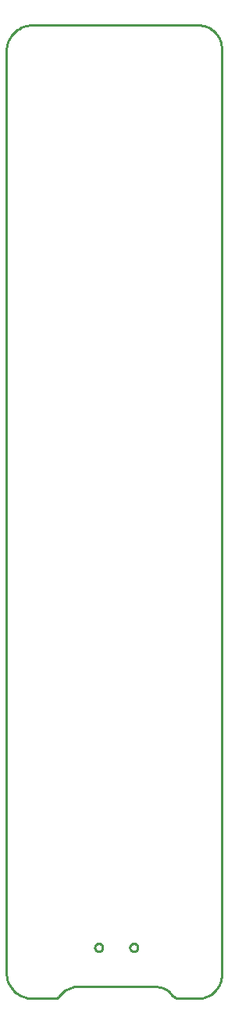
<source format=gbr>
G04 EAGLE Gerber RS-274X export*
G75*
%MOMM*%
%FSLAX34Y34*%
%LPD*%
%IN*%
%IPPOS*%
%AMOC8*
5,1,8,0,0,1.08239X$1,22.5*%
G01*
%ADD10C,0.254000*%


D10*
X-4600Y25400D02*
X-4294Y22995D01*
X-3780Y20625D01*
X-3061Y18309D01*
X-2143Y16065D01*
X-1033Y13909D01*
X261Y11858D01*
X1729Y9928D01*
X3359Y8133D01*
X5140Y6487D01*
X7057Y5002D01*
X9096Y3690D01*
X11242Y2561D01*
X13478Y1623D01*
X15787Y884D01*
X18152Y349D01*
X20555Y21D01*
X22977Y-95D01*
X25400Y0D01*
X48016Y0D01*
X48458Y18D01*
X48924Y77D01*
X49382Y176D01*
X49831Y315D01*
X50266Y493D01*
X50683Y708D01*
X51080Y958D01*
X51454Y1242D01*
X51802Y1557D01*
X52121Y1902D01*
X52408Y2273D01*
X53684Y3927D01*
X55181Y5561D01*
X56815Y7058D01*
X58573Y8406D01*
X60442Y9597D01*
X62407Y10620D01*
X64454Y11468D01*
X66568Y12135D01*
X68731Y12614D01*
X70928Y12903D01*
X73142Y13000D01*
X155293Y13000D01*
X156371Y12977D01*
X158578Y12787D01*
X160761Y12405D01*
X162902Y11834D01*
X164985Y11078D01*
X166994Y10144D01*
X168915Y9038D01*
X170731Y7770D01*
X172431Y6347D01*
X173999Y4782D01*
X175426Y3087D01*
X175636Y2825D01*
X176102Y2316D01*
X176611Y1850D01*
X177158Y1430D01*
X177740Y1060D01*
X178352Y741D01*
X178989Y477D01*
X179647Y269D01*
X180321Y120D01*
X181005Y30D01*
X181694Y0D01*
X203200Y0D01*
X205414Y97D01*
X207611Y386D01*
X209774Y865D01*
X211887Y1532D01*
X213935Y2380D01*
X215900Y3403D01*
X217769Y4594D01*
X219527Y5942D01*
X221161Y7440D01*
X222658Y9073D01*
X224006Y10831D01*
X225197Y12700D01*
X226220Y14666D01*
X227068Y16713D01*
X227735Y18826D01*
X228214Y20989D01*
X228503Y23186D01*
X228600Y25400D01*
X228600Y1028700D01*
X228503Y1030914D01*
X228214Y1033111D01*
X227735Y1035274D01*
X227068Y1037387D01*
X226220Y1039435D01*
X225197Y1041400D01*
X224006Y1043269D01*
X222658Y1045027D01*
X221161Y1046661D01*
X219527Y1048158D01*
X217769Y1049506D01*
X215900Y1050697D01*
X213935Y1051720D01*
X211887Y1052568D01*
X209774Y1053235D01*
X207611Y1053714D01*
X205414Y1054003D01*
X203200Y1054100D01*
X25400Y1054100D01*
X22977Y1054195D01*
X20555Y1054079D01*
X18152Y1053751D01*
X15787Y1053216D01*
X13478Y1052477D01*
X11242Y1051539D01*
X9096Y1050410D01*
X7057Y1049098D01*
X5140Y1047613D01*
X3359Y1045967D01*
X1729Y1044172D01*
X261Y1042242D01*
X-1033Y1040191D01*
X-2143Y1038035D01*
X-3061Y1035791D01*
X-3780Y1033475D01*
X-4294Y1031105D01*
X-4600Y1028700D01*
X-4600Y25400D01*
X95579Y59270D02*
X96131Y59197D01*
X96669Y59053D01*
X97184Y58840D01*
X97666Y58561D01*
X98108Y58222D01*
X98502Y57828D01*
X98841Y57386D01*
X99120Y56904D01*
X99333Y56389D01*
X99477Y55851D01*
X99550Y55299D01*
X99550Y54741D01*
X99477Y54189D01*
X99333Y53651D01*
X99120Y53136D01*
X98841Y52654D01*
X98502Y52212D01*
X98108Y51818D01*
X97666Y51479D01*
X97184Y51200D01*
X96669Y50987D01*
X96131Y50843D01*
X95579Y50770D01*
X95021Y50770D01*
X94469Y50843D01*
X93931Y50987D01*
X93416Y51200D01*
X92934Y51479D01*
X92492Y51818D01*
X92098Y52212D01*
X91759Y52654D01*
X91480Y53136D01*
X91267Y53651D01*
X91123Y54189D01*
X91050Y54741D01*
X91050Y55299D01*
X91123Y55851D01*
X91267Y56389D01*
X91480Y56904D01*
X91759Y57386D01*
X92098Y57828D01*
X92492Y58222D01*
X92934Y58561D01*
X93416Y58840D01*
X93931Y59053D01*
X94469Y59197D01*
X95021Y59270D01*
X95579Y59270D01*
X133579Y59270D02*
X134131Y59197D01*
X134669Y59053D01*
X135184Y58840D01*
X135666Y58561D01*
X136108Y58222D01*
X136502Y57828D01*
X136841Y57386D01*
X137120Y56904D01*
X137333Y56389D01*
X137477Y55851D01*
X137550Y55299D01*
X137550Y54741D01*
X137477Y54189D01*
X137333Y53651D01*
X137120Y53136D01*
X136841Y52654D01*
X136502Y52212D01*
X136108Y51818D01*
X135666Y51479D01*
X135184Y51200D01*
X134669Y50987D01*
X134131Y50843D01*
X133579Y50770D01*
X133021Y50770D01*
X132469Y50843D01*
X131931Y50987D01*
X131416Y51200D01*
X130934Y51479D01*
X130492Y51818D01*
X130098Y52212D01*
X129759Y52654D01*
X129480Y53136D01*
X129267Y53651D01*
X129123Y54189D01*
X129050Y54741D01*
X129050Y55299D01*
X129123Y55851D01*
X129267Y56389D01*
X129480Y56904D01*
X129759Y57386D01*
X130098Y57828D01*
X130492Y58222D01*
X130934Y58561D01*
X131416Y58840D01*
X131931Y59053D01*
X132469Y59197D01*
X133021Y59270D01*
X133579Y59270D01*
M02*

</source>
